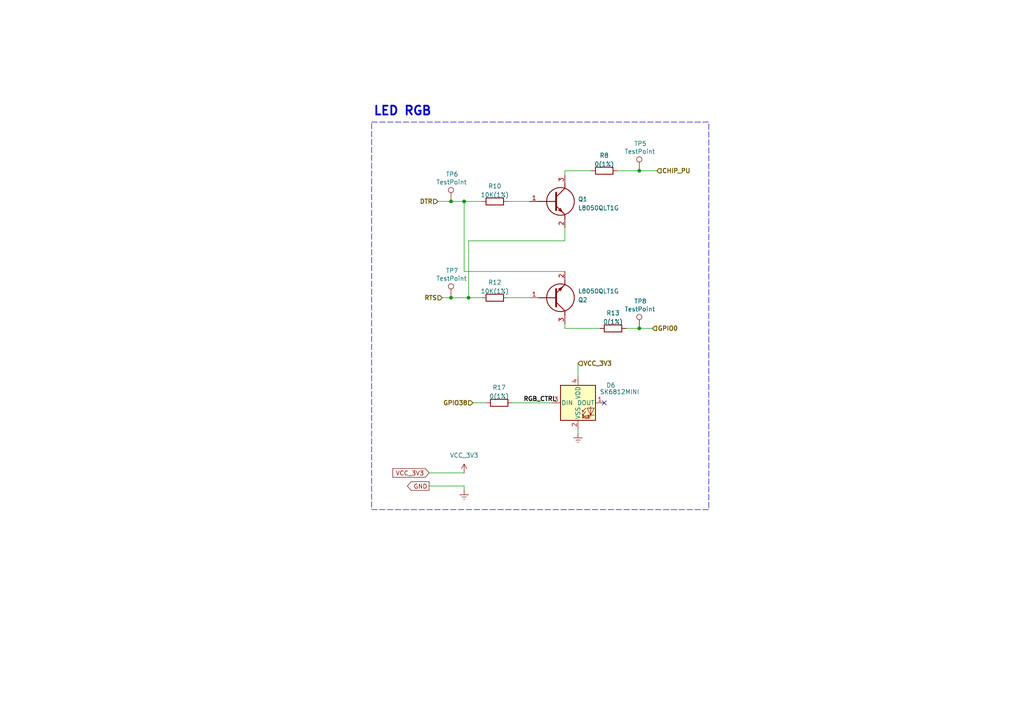
<source format=kicad_sch>
(kicad_sch (version 20231120) (generator "eeschema") (generator_version "8.0")
  (paper "A4")
  (title_block (title "ICARUS-2 OBDH") (date "2024-03-15") (rev "POC 2.0") (comment 2 "WILLIAN BUENO SANTOS") (comment 3 "ISRAEL RODRIGUES DUTRA") (comment 4 "ADRIANO CÉSAR DE SOUSA PEREIRA"))
  (lib_symbols
    (symbol "Connector:TestPoint" (pin_numbers hide) (pin_names (offset 0.762) hide)
      (property "Reference" "TP" (at 0 6.858 0))
      (property "Value" "TestPoint" (at 0 5.08 0))
      (symbol "TestPoint_0_1"
        (circle (center 0 3.302) (radius 0.762))
      )
      (symbol "TestPoint_1_1"
        (pin passive line (at 0 0 90) (length 2.54) (name "1") (number "1"))
      )
    )
    (symbol "Device:R" (pin_numbers hide) (pin_names (offset 0))
      (property "Reference" "R" (at 2.032 0 90))
      (property "Value" "R" (at 0 0 90))
      (symbol "R_0_1"
        (rectangle (start -1.016 -2.54) (end 1.016 2.54) (stroke (width 0.254)))
      )
      (symbol "R_1_1"
        (pin passive line (at 0 3.81 270) (length 1.27) (name "~") (number "1"))
        (pin passive line (at 0 -3.81 90) (length 1.27) (name "~") (number "2"))
      )
    )
    (symbol "FMMT619TA:FMMT619TA" (pin_names hide)
      (property "Reference" "Q" (at 13.97 1.27 0))
      (property "Value" "FMMT619TA" (at 13.97 -1.27 0))
      (symbol "FMMT619TA_1_1"
        (polyline (pts (xy 2.54 0) (xy 7.62 0)) (stroke (width 0.254)))
        (polyline (pts (xy 7.62 -1.27) (xy 10.16 -3.81)) (stroke (width 0.254)))
        (polyline (pts (xy 7.62 1.27) (xy 10.16 3.81)) (stroke (width 0.254)))
        (polyline (pts (xy 7.62 2.54) (xy 7.62 -2.54)) (stroke (width 0.508)))
        (polyline (pts (xy 10.16 -3.81) (xy 10.16 -5.08)) (stroke (width 0.254)))
        (polyline (pts (xy 10.16 3.81) (xy 10.16 5.08)) (stroke (width 0.254)))
        (polyline (pts (xy 8.382 -2.54) (xy 8.89 -2.032) (xy 9.398 -3.048) (xy 8.382 -2.54)) (stroke (width 0.254)) (fill (type outline)))
        (circle (center 8.89 0) (radius 4.016) (stroke (width 0.254)))
        (pin passive line (at 0 0 0) (length 2.54) (name "B") (number "1"))
        (pin passive line (at 10.16 -7.62 90) (length 2.54) (name "E") (number "2"))
        (pin passive line (at 10.16 7.62 270) (length 2.54) (name "C") (number "3"))
      )
    )
    (symbol "LED:SK6812MINI" (pin_names (offset 0.254))
      (property "Reference" "D" (at 5.08 5.715 0))
      (property "Value" "SK6812MINI" (at 1.27 -5.715 0))
      (symbol "SK6812MINI_0_0"
        (text "RGB" (at 2.286 -4.191 0) (effects (font (size 0.762 0.762))))
      )
      (symbol "SK6812MINI_0_1"
        (polyline (pts (xy 1.27 -3.556) (xy 1.778 -3.556)))
        (polyline (pts (xy 1.27 -2.54) (xy 1.778 -2.54)))
        (polyline (pts (xy 4.699 -3.556) (xy 2.667 -3.556)))
        (polyline (pts (xy 2.286 -2.54) (xy 1.27 -3.556) (xy 1.27 -3.048)))
        (polyline (pts (xy 2.286 -1.524) (xy 1.27 -2.54) (xy 1.27 -2.032)))
        (polyline (pts (xy 3.683 -1.016) (xy 3.683 -3.556) (xy 3.683 -4.064)))
        (polyline (pts (xy 4.699 -1.524) (xy 2.667 -1.524) (xy 3.683 -3.556) (xy 4.699 -1.524)))
        (rectangle (start 5.08 5.08) (end -5.08 -5.08) (stroke (width 0.254)) (fill (type background)))
      )
      (symbol "SK6812MINI_1_1"
        (pin output line (at 7.62 0 180) (length 2.54) (name "DOUT") (number "1"))
        (pin power_in line (at 0 -7.62 90) (length 2.54) (name "VSS") (number "2"))
        (pin input line (at -7.62 0 0) (length 2.54) (name "DIN") (number "3"))
        (pin power_in line (at 0 7.62 270) (length 2.54) (name "VDD") (number "4"))
      )
    )
    (symbol "power:+5V" (power) (pin_numbers hide) (pin_names (offset 0) hide)
      (property "Value" "+5V" (at 0 3.556 0))
      (symbol "+5V_0_1"
        (polyline (pts (xy -0.762 1.27) (xy 0 2.54)))
        (polyline (pts (xy 0 0) (xy 0 2.54)))
        (polyline (pts (xy 0 2.54) (xy 0.762 1.27)))
      )
      (symbol "+5V_1_1"
        (pin power_in line (at 0 0 90) (length 0) (name "~") (number "1"))
      )
    )
    (symbol "power:Earth" (power) (pin_names (offset 0))
      (symbol "Earth_0_1"
        (polyline (pts (xy -0.635 -1.905) (xy 0.635 -1.905)))
        (polyline (pts (xy -0.127 -2.54) (xy 0.127 -2.54)))
        (polyline (pts (xy 0 -1.27) (xy 0 0)))
        (polyline (pts (xy 1.27 -1.27) (xy -1.27 -1.27)))
      )
      (symbol "Earth_1_1"
        (pin power_in line (at 0 0 270) (length 0) hide (name "Earth") (number "1"))
      )
    )
  )
  (junction (at 135.89 86.36))
  (junction (at 130.81 86.36))
  (junction (at 134.62 58.42))
  (junction (at 185.42 49.53))
  (junction (at 185.42 95.25))
  (junction (at 130.81 58.42))
  (no_connect (at 175.26 116.84))
  (wire (pts (xy 127 58.42) (xy 130.81 58.42)))
  (wire (pts (xy 163.83 69.85) (xy 135.89 69.85)))
  (wire (pts (xy 189.23 95.25) (xy 185.42 95.25)))
  (wire (pts (xy 130.81 58.42) (xy 134.62 58.42)))
  (wire (pts (xy 185.42 95.25) (xy 181.61 95.25)))
  (wire (pts (xy 167.64 105.41) (xy 167.64 109.22)))
  (wire (pts (xy 124.46 137.16) (xy 134.62 137.16)))
  (wire (pts (xy 135.89 69.85) (xy 135.89 86.36)))
  (wire (pts (xy 137.16 116.84) (xy 140.97 116.84)))
  (wire (pts (xy 134.62 142.24) (xy 134.62 140.97)))
  (wire (pts (xy 134.62 58.42) (xy 134.62 78.74)))
  (wire (pts (xy 179.07 49.53) (xy 185.42 49.53)))
  (wire (pts (xy 173.99 95.25) (xy 163.83 95.25)))
  (wire (pts (xy 163.83 49.53) (xy 171.45 49.53)))
  (wire (pts (xy 128.27 86.36) (xy 130.81 86.36)))
  (wire (pts (xy 148.59 116.84) (xy 160.02 116.84)))
  (wire (pts (xy 147.32 86.36) (xy 153.67 86.36)))
  (wire (pts (xy 185.42 49.53) (xy 190.5 49.53)))
  (wire (pts (xy 163.83 69.85) (xy 163.83 66.04)))
  (wire (pts (xy 134.62 78.74) (xy 163.83 78.74)))
  (wire (pts (xy 139.7 58.42) (xy 134.62 58.42)))
  (wire (pts (xy 134.62 140.97) (xy 124.46 140.97)))
  (wire (pts (xy 135.89 86.36) (xy 139.7 86.36)))
  (wire (pts (xy 163.83 50.8) (xy 163.83 49.53)))
  (wire (pts (xy 167.64 125.73) (xy 167.64 124.46)))
  (wire (pts (xy 130.81 86.36) (xy 135.89 86.36)))
  (wire (pts (xy 147.32 58.42) (xy 153.67 58.42)))
  (wire (pts (xy 163.83 95.25) (xy 163.83 93.98)))
  (rectangle (start 107.7976 35.4076) (end 205.5876 147.8026) (stroke (width 0) (type dash)))
  (text "LED RGB\n" (at 108.204 33.782 0) (effects (font (size 2.54 2.54) (bold yes)) (justify left bottom)))
  (label "RGB_CTRL" (at 151.765 116.84 0) (effects (font (bold yes))))
  (global_label "GND" (shape output) (at 124.46 140.97 180) (property "Intersheetrefs" "${INTERSHEET_REFS}" (effects (hide yes))))
  (global_label "VCC_3V3" (shape input) (at 124.46 137.16 180) (property "Intersheetrefs" "${INTERSHEET_REFS}" (effects (hide yes))))
  (hierarchical_label "GPIO0" (shape input) (at 189.23 95.25 0) (effects (font (bold yes))))
  (hierarchical_label "GPIO38" (shape input) (at 137.16 116.84 180) (effects (font (bold yes))))
  (hierarchical_label "VCC_3V3" (shape input) (at 167.64 105.41 0) (effects (font (bold yes))))
  (hierarchical_label "DTR" (shape input) (at 127 58.42 180) (effects (font (bold yes))))
  (hierarchical_label "RTS" (shape input) (at 128.27 86.36 180) (effects (font (bold yes))))
  (hierarchical_label "CHIP_PU" (shape input) (at 190.5 49.53 0) (effects (font (bold yes))))
  (symbol (lib_id "Connector:TestPoint") (at 130.81 86.36 0) (unit 1)
    (property "Reference" "TP7" (at 129.286 78.486 0) (effects (justify left)))
    (property "Value" "TestPoint" (at 126.492 80.772 0) (effects (justify left)))
    (property "Footprint" "TestPoint:TestPoint_Pad_4.0x4.0mm" (effects (hide yes)))
    (property "Description" "test point" (effects (hide yes)))
  )
  (symbol (lib_id "power:Earth") (at 167.64 125.73 0) (unit 1)
    (property "Reference" "#PWR017" (effects (hide yes)))
    (property "Value" "Earth" (effects (hide yes)))
  )
  (symbol (lib_id "FMMT619TA:FMMT619TA") (at 153.67 58.42 0) (unit 1)
    (property "Reference" "Q1" (at 167.64 57.785 0) (effects (justify left)))
    (property "Value" "L8050QLT1G" (at 167.64 60.325 0) (effects (justify left)))
    (property "Footprint" "SOT96P240X120-3N:SOT96P240X120-3N" (effects (hide yes)))
    (property "Datasheet" "https://octopart.com/l8050qlt1g-leshan+radio+co.-52807370?gad_source=1&gclid=CjwKCAjw48-vBhBbEiwAzqrZVHOWqlWdP-0GG9Q_SJxa7kaqtgoQMXmxc5Q6HEMwZQ2M8jt1Xn5CEBoCHH4QAvD_BwE" (effects (hide yes)))
    (property "Height" "1.2" (effects (hide yes)))
    (property "Mouser Part Number" "522-FMMT619TA" (effects (hide yes)))
    (property "Mouser Price/Stock" "https://www.mouser.co.uk/ProductDetail/Diodes-Incorporated/FMMT619TA?qs=Ly%2FNF0nuwQ%2FpsAMUAUdYFg%3D%3D" (effects (hide yes)))
    (property "Manufacturer_Name" "Diodes Incorporated" (effects (hide yes)))
    (property "Manufacturer_Part_Number" "FMMT619TA" (effects (hide yes)))
  )
  (symbol (lib_id "Device:R") (at 175.26 49.53 90) (unit 1)
    (property "Reference" "R8" (at 175.26 45.085 90))
    (property "Value" "0(1%)" (at 175.26 47.625 90))
    (property "Footprint" "Resistor_SMD:R_0603_1608Metric" (effects (hide yes)))
  )
  (symbol (lib_id "Device:R") (at 144.78 116.84 90) (unit 1)
    (property "Reference" "R17" (at 144.78 112.395 90))
    (property "Value" "0(1%)" (at 144.78 114.935 90))
    (property "Footprint" "Resistor_SMD:R_0603_1608Metric" (effects (hide yes)))
  )
  (symbol (lib_id "Device:R") (at 143.51 86.36 90) (unit 1)
    (property "Reference" "R12" (at 143.51 81.915 90))
    (property "Value" "10K(1%)" (at 143.51 84.455 90))
    (property "Footprint" "Resistor_SMD:R_0603_1608Metric" (effects (hide yes)))
  )
  (symbol (lib_id "Connector:TestPoint") (at 130.81 58.42 0) (unit 1)
    (property "Reference" "TP6" (at 129.286 50.546 0) (effects (justify left)))
    (property "Value" "TestPoint" (at 126.492 52.832 0) (effects (justify left)))
    (property "Footprint" "TestPoint:TestPoint_Pad_4.0x4.0mm" (effects (hide yes)))
    (property "Description" "test point" (effects (hide yes)))
  )
  (symbol (lib_id "Device:R") (at 143.51 58.42 90) (unit 1)
    (property "Reference" "R10" (at 143.51 53.975 90))
    (property "Value" "10K(1%)" (at 143.51 56.515 90))
    (property "Footprint" "Resistor_SMD:R_0603_1608Metric" (effects (hide yes)))
  )
  (symbol (lib_id "FMMT619TA:FMMT619TA") (at 153.67 86.36 0) (mirror x) (unit 1)
    (property "Reference" "Q2" (at 167.64 86.995 0) (effects (justify left)))
    (property "Value" "L8050QLT1G" (at 167.64 84.455 0) (effects (justify left)))
    (property "Footprint" "SOT96P240X120-3N:SOT96P240X120-3N" (effects (hide yes)))
    (property "Datasheet" "https://octopart.com/l8050qlt1g-leshan+radio+co.-52807370?gad_source=1&gclid=CjwKCAjw48-vBhBbEiwAzqrZVHOWqlWdP-0GG9Q_SJxa7kaqtgoQMXmxc5Q6HEMwZQ2M8jt1Xn5CEBoCHH4QAvD_BwE" (effects (hide yes)))
    (property "Height" "1.2" (effects (hide yes)))
    (property "Mouser Part Number" "522-FMMT619TA" (effects (hide yes)))
    (property "Mouser Price/Stock" "https://www.mouser.co.uk/ProductDetail/Diodes-Incorporated/FMMT619TA?qs=Ly%2FNF0nuwQ%2FpsAMUAUdYFg%3D%3D" (effects (hide yes)))
    (property "Manufacturer_Name" "Diodes Incorporated" (effects (hide yes)))
    (property "Manufacturer_Part_Number" "FMMT619TA" (effects (hide yes)))
  )
  (symbol (lib_id "power:+5V") (at 134.62 137.16 0) (unit 1)
    (property "Reference" "#PWR039" (effects (hide yes)))
    (property "Value" "VCC_3V3" (at 134.62 132.08 0))
    (property "Description" "Power symbol creates a global label with name \"+5V\"" (effects (hide yes)))
  )
  (symbol (lib_id "power:Earth") (at 134.62 142.24 0) (unit 1)
    (property "Reference" "#PWR042" (effects (hide yes)))
    (property "Value" "Earth" (effects (hide yes)))
  )
  (symbol (lib_id "Connector:TestPoint") (at 185.42 49.53 0) (unit 1)
    (property "Reference" "TP5" (at 183.896 41.656 0) (effects (justify left)))
    (property "Value" "TestPoint" (at 181.102 43.942 0) (effects (justify left)))
    (property "Footprint" "TestPoint:TestPoint_Pad_4.0x4.0mm" (effects (hide yes)))
    (property "Description" "test point" (effects (hide yes)))
  )
  (symbol (lib_id "Device:R") (at 177.8 95.25 90) (unit 1)
    (property "Reference" "R13" (at 177.8 90.805 90))
    (property "Value" "0(1%)" (at 177.8 93.345 90))
    (property "Footprint" "Resistor_SMD:R_0603_1608Metric" (effects (hide yes)))
  )
  (symbol (lib_id "LED:SK6812MINI") (at 167.64 116.84 0) (unit 1)
    (property "Reference" "D6" (at 177.165 111.76 0))
    (property "Value" "SK6812MINI" (at 179.705 113.665 0))
    (property "Footprint" "LED_SMD:LED_SK6812MINI_PLCC4_3.5x3.5mm_P1.75mm" (effects (hide yes)))
    (property "Datasheet" "https://cdn-shop.adafruit.com/product-files/2686/SK6812MINI_REV.01-1-2.pdf" (effects (hide yes)))
  )
  (symbol (lib_id "Connector:TestPoint") (at 185.42 95.25 0) (unit 1)
    (property "Reference" "TP8" (at 183.896 87.376 0) (effects (justify left)))
    (property "Value" "TestPoint" (at 181.102 89.662 0) (effects (justify left)))
    (property "Footprint" "TestPoint:TestPoint_Pad_4.0x4.0mm" (effects (hide yes)))
    (property "Description" "test point" (effects (hide yes)))
  )
)
</source>
